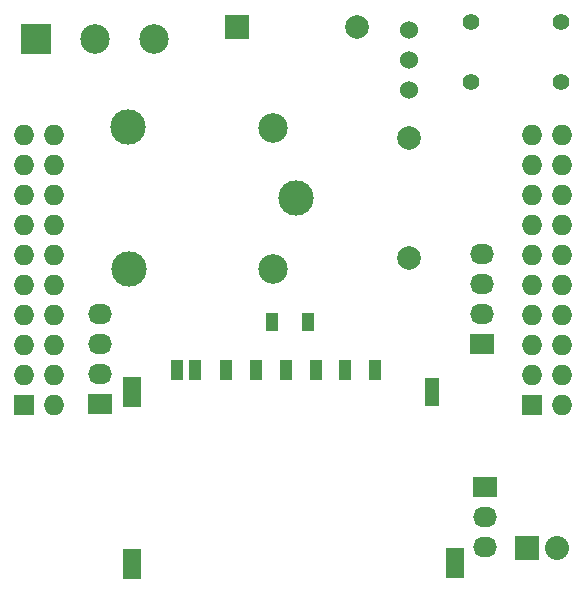
<source format=gbr>
G04 #@! TF.FileFunction,Soldermask,Top*
%FSLAX46Y46*%
G04 Gerber Fmt 4.6, Leading zero omitted, Abs format (unit mm)*
G04 Created by KiCad (PCBNEW 4.0.2-stable) date Friday, 30 September 2016 16:59:30*
%MOMM*%
G01*
G04 APERTURE LIST*
%ADD10C,1.000000*%
%ADD11C,2.500000*%
%ADD12C,3.000000*%
%ADD13R,1.000000X1.600000*%
%ADD14C,1.998980*%
%ADD15R,1.998980X1.998980*%
%ADD16R,2.032000X1.727200*%
%ADD17O,2.032000X1.727200*%
%ADD18R,1.727200X1.727200*%
%ADD19O,1.727200X1.727200*%
%ADD20C,1.524000*%
%ADD21C,1.397000*%
%ADD22R,2.032000X2.032000*%
%ADD23O,2.032000X2.032000*%
%ADD24R,2.500000X2.500000*%
%ADD25R,1.000000X1.700000*%
%ADD26R,1.600000X2.600000*%
%ADD27R,1.300000X2.400000*%
G04 APERTURE END LIST*
D10*
D11*
X35050000Y-35550000D03*
D12*
X22850000Y-35550000D03*
X22800000Y-23500000D03*
D11*
X35050000Y-23550000D03*
D12*
X37000000Y-29500000D03*
D13*
X35000000Y-40000000D03*
X38000000Y-40000000D03*
D14*
X42160000Y-15002540D03*
D15*
X32000000Y-15002540D03*
D16*
X20400000Y-46980000D03*
D17*
X20400000Y-44440000D03*
X20400000Y-41900000D03*
X20400000Y-39360000D03*
D16*
X52800000Y-41880000D03*
D17*
X52800000Y-39340000D03*
X52800000Y-36800000D03*
X52800000Y-34260000D03*
D18*
X14000000Y-47000000D03*
D19*
X16540000Y-47000000D03*
X14000000Y-44460000D03*
X16540000Y-44460000D03*
X14000000Y-41920000D03*
X16540000Y-41920000D03*
X14000000Y-39380000D03*
X16540000Y-39380000D03*
X14000000Y-36840000D03*
X16540000Y-36840000D03*
X14000000Y-34300000D03*
X16540000Y-34300000D03*
X14000000Y-31760000D03*
X16540000Y-31760000D03*
X14000000Y-29220000D03*
X16540000Y-29220000D03*
X14000000Y-26680000D03*
X16540000Y-26680000D03*
X14000000Y-24140000D03*
X16540000Y-24140000D03*
D18*
X57000000Y-47000000D03*
D19*
X59540000Y-47000000D03*
X57000000Y-44460000D03*
X59540000Y-44460000D03*
X57000000Y-41920000D03*
X59540000Y-41920000D03*
X57000000Y-39380000D03*
X59540000Y-39380000D03*
X57000000Y-36840000D03*
X59540000Y-36840000D03*
X57000000Y-34300000D03*
X59540000Y-34300000D03*
X57000000Y-31760000D03*
X59540000Y-31760000D03*
X57000000Y-29220000D03*
X59540000Y-29220000D03*
X57000000Y-26680000D03*
X59540000Y-26680000D03*
X57000000Y-24140000D03*
X59540000Y-24140000D03*
D16*
X53000000Y-54000000D03*
D17*
X53000000Y-56540000D03*
X53000000Y-59080000D03*
D20*
X46600000Y-17800000D03*
X46600000Y-20340000D03*
X46600000Y-15260000D03*
D14*
X46600000Y-24400000D03*
X46600000Y-34560000D03*
D21*
X59420000Y-19700000D03*
X59420000Y-14620000D03*
X51800000Y-19700000D03*
X51800000Y-14620000D03*
D22*
X56600000Y-59100000D03*
D23*
X59140000Y-59100000D03*
D11*
X25000000Y-16000000D03*
D24*
X15000000Y-16000000D03*
D11*
X20000000Y-16000000D03*
D25*
X26900000Y-44100000D03*
X28500000Y-44100000D03*
X31100000Y-44100000D03*
X33600000Y-44100000D03*
X36200000Y-44100000D03*
X38700000Y-44100000D03*
X41200000Y-44100000D03*
X43700000Y-44100000D03*
D26*
X23100000Y-45900000D03*
X23150000Y-60450000D03*
X50500000Y-60400000D03*
D27*
X48500000Y-45950000D03*
M02*

</source>
